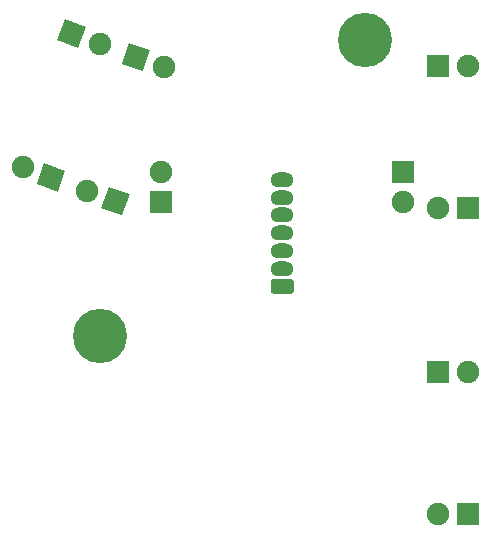
<source format=gbr>
%TF.GenerationSoftware,KiCad,Pcbnew,5.1.6-c6e7f7d~86~ubuntu18.04.1*%
%TF.CreationDate,2021-04-26T01:41:27-07:00*%
%TF.ProjectId,thumb_cluster_left,7468756d-625f-4636-9c75-737465725f6c,rev?*%
%TF.SameCoordinates,Original*%
%TF.FileFunction,Soldermask,Top*%
%TF.FilePolarity,Negative*%
%FSLAX46Y46*%
G04 Gerber Fmt 4.6, Leading zero omitted, Abs format (unit mm)*
G04 Created by KiCad (PCBNEW 5.1.6-c6e7f7d~86~ubuntu18.04.1) date 2021-04-26 01:41:27*
%MOMM*%
%LPD*%
G01*
G04 APERTURE LIST*
%ADD10C,4.600000*%
%ADD11O,1.970000X1.270000*%
%ADD12C,0.100000*%
%ADD13C,1.900000*%
%ADD14R,1.900000X1.900000*%
G04 APERTURE END LIST*
D10*
%TO.C,H2*%
X164268872Y-66312121D03*
%TD*%
%TO.C,H1*%
X141845155Y-91366078D03*
%TD*%
D11*
%TO.C,J1*%
X157250000Y-78200000D03*
X157250000Y-79700000D03*
X157250000Y-81200000D03*
X157250000Y-82700000D03*
X157250000Y-84200000D03*
X157250000Y-85700000D03*
G36*
G01*
X157963633Y-87835000D02*
X156536367Y-87835000D01*
G75*
G02*
X156265000Y-87563633I0J271367D01*
G01*
X156265000Y-86836367D01*
G75*
G02*
X156536367Y-86565000I271367J0D01*
G01*
X157963633Y-86565000D01*
G75*
G02*
X158235000Y-86836367I0J-271367D01*
G01*
X158235000Y-87563633D01*
G75*
G02*
X157963633Y-87835000I-271367J0D01*
G01*
G37*
%TD*%
D12*
%TO.C,IR4*%
G36*
X144339148Y-79411855D02*
G01*
X143689310Y-81197271D01*
X141903894Y-80547433D01*
X142553732Y-78762017D01*
X144339148Y-79411855D01*
G37*
D13*
X140734702Y-79110913D03*
%TD*%
D12*
%TO.C,PT4*%
G36*
X143638419Y-68355407D02*
G01*
X144288257Y-66569991D01*
X146073673Y-67219829D01*
X145423835Y-69005245D01*
X143638419Y-68355407D01*
G37*
D13*
X147242865Y-68656349D03*
%TD*%
D12*
%TO.C,PT5*%
G36*
X138188200Y-66371689D02*
G01*
X138838038Y-64586273D01*
X140623454Y-65236111D01*
X139973616Y-67021527D01*
X138188200Y-66371689D01*
G37*
D13*
X141792646Y-66672631D03*
%TD*%
D12*
%TO.C,IR5*%
G36*
X138888931Y-77428140D02*
G01*
X138239093Y-79213556D01*
X136453677Y-78563718D01*
X137103515Y-76778302D01*
X138888931Y-77428140D01*
G37*
D13*
X135284485Y-77127198D03*
%TD*%
D14*
%TO.C,PT1*%
X170429999Y-94422918D03*
D13*
X172969999Y-94422918D03*
%TD*%
D14*
%TO.C,IR2*%
X172969999Y-80574999D03*
D13*
X170429999Y-80574999D03*
%TD*%
D14*
%TO.C,PT3*%
X147000000Y-80070000D03*
D13*
X147000000Y-77530000D03*
%TD*%
D14*
%TO.C,IR3*%
X167499999Y-77530000D03*
D13*
X167499999Y-80070000D03*
%TD*%
D14*
%TO.C,IR1*%
X172969999Y-106472918D03*
D13*
X170429999Y-106472918D03*
%TD*%
D14*
%TO.C,PT2*%
X170429998Y-68524999D03*
D13*
X172969998Y-68524999D03*
%TD*%
M02*

</source>
